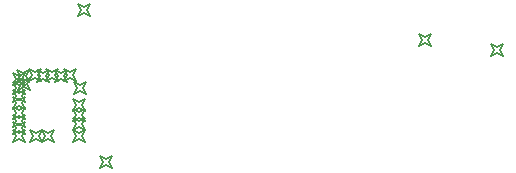
<source format=gbr>
%TF.GenerationSoftware,Altium Limited,Altium Designer,22.6.1 (34)*%
G04 Layer_Color=2752767*
%FSLAX45Y45*%
%MOMM*%
%TF.SameCoordinates,07F994AE-BB1C-4BEA-A643-928B9DFDCC76*%
%TF.FilePolarity,Positive*%
%TF.FileFunction,Drawing*%
%TF.Part,Single*%
G01*
G75*
%TA.AperFunction,NonConductor*%
%ADD191C,0.12700*%
D191*
X1944200Y2484200D02*
X1969600Y2535000D01*
X1944200Y2585800D01*
X1995000Y2560400D01*
X2045800Y2585800D01*
X2020400Y2535000D01*
X2045800Y2484200D01*
X1995000Y2509600D01*
X1944200Y2484200D01*
X4829200Y2229200D02*
X4854600Y2280000D01*
X4829200Y2330800D01*
X4880000Y2305400D01*
X4930800Y2330800D01*
X4905400Y2280000D01*
X4930800Y2229200D01*
X4880000Y2254600D01*
X4829200Y2229200D01*
X1438149Y1856900D02*
X1463549Y1907700D01*
X1438149Y1958500D01*
X1488949Y1933100D01*
X1539749Y1958500D01*
X1514349Y1907700D01*
X1539749Y1856900D01*
X1488949Y1882300D01*
X1438149Y1856900D01*
X1905449Y1824200D02*
X1930849Y1875000D01*
X1905449Y1925800D01*
X1956249Y1900400D01*
X2007049Y1925800D01*
X1981649Y1875000D01*
X2007049Y1824200D01*
X1956249Y1849600D01*
X1905449Y1824200D01*
X1430450Y1930450D02*
X1455850Y1981250D01*
X1430450Y2032050D01*
X1481250Y2006650D01*
X1532050Y2032050D01*
X1506650Y1981250D01*
X1532050Y1930450D01*
X1481250Y1955850D01*
X1430450Y1930450D01*
X1392942Y1899207D02*
X1418342Y1950007D01*
X1392942Y2000807D01*
X1443742Y1975407D01*
X1494542Y2000807D01*
X1469142Y1950007D01*
X1494542Y1899207D01*
X1443742Y1924607D01*
X1392942Y1899207D01*
X1899199Y1424200D02*
X1924599Y1475000D01*
X1899199Y1525800D01*
X1949999Y1500400D01*
X2000799Y1525800D01*
X1975399Y1475000D01*
X2000799Y1424200D01*
X1949999Y1449600D01*
X1899199Y1424200D01*
Y1524200D02*
X1924599Y1575000D01*
X1899199Y1625800D01*
X1949999Y1600400D01*
X2000799Y1625800D01*
X1975399Y1575000D01*
X2000799Y1524200D01*
X1949999Y1549600D01*
X1899199Y1524200D01*
Y1599200D02*
X1924599Y1650000D01*
X1899199Y1700800D01*
X1949999Y1675400D01*
X2000799Y1700800D01*
X1975399Y1650000D01*
X2000799Y1599200D01*
X1949999Y1624600D01*
X1899199Y1599200D01*
Y1686700D02*
X1924599Y1737500D01*
X1899199Y1788300D01*
X1949999Y1762900D01*
X2000799Y1788300D01*
X1975399Y1737500D01*
X2000799Y1686700D01*
X1949999Y1712100D01*
X1899199Y1686700D01*
X1636699Y1417950D02*
X1662099Y1468750D01*
X1636699Y1519550D01*
X1687499Y1494150D01*
X1738299Y1519550D01*
X1712899Y1468750D01*
X1738299Y1417950D01*
X1687499Y1443350D01*
X1636699Y1417950D01*
X1536699D02*
X1562099Y1468750D01*
X1536699Y1519550D01*
X1587499Y1494150D01*
X1638299Y1519550D01*
X1612899Y1468750D01*
X1638299Y1417950D01*
X1587499Y1443350D01*
X1536699Y1417950D01*
X1392949Y1424200D02*
X1418349Y1475000D01*
X1392949Y1525800D01*
X1443749Y1500400D01*
X1494549Y1525800D01*
X1469149Y1475000D01*
X1494549Y1424200D01*
X1443749Y1449600D01*
X1392949Y1424200D01*
Y1486700D02*
X1418349Y1537500D01*
X1392949Y1588300D01*
X1443749Y1562900D01*
X1494549Y1588300D01*
X1469149Y1537500D01*
X1494549Y1486700D01*
X1443749Y1512100D01*
X1392949Y1486700D01*
Y1549200D02*
X1418349Y1600000D01*
X1392949Y1650800D01*
X1443749Y1625400D01*
X1494549Y1650800D01*
X1469149Y1600000D01*
X1494549Y1549200D01*
X1443749Y1574600D01*
X1392949Y1549200D01*
Y1611700D02*
X1418349Y1662500D01*
X1392949Y1713300D01*
X1443749Y1687900D01*
X1494549Y1713300D01*
X1469149Y1662500D01*
X1494549Y1611700D01*
X1443749Y1637100D01*
X1392949Y1611700D01*
Y1699200D02*
X1418349Y1750000D01*
X1392949Y1800800D01*
X1443749Y1775400D01*
X1494549Y1800800D01*
X1469149Y1750000D01*
X1494549Y1699200D01*
X1443749Y1724600D01*
X1392949Y1699200D01*
Y1824200D02*
X1418349Y1875000D01*
X1392949Y1925800D01*
X1443749Y1900400D01*
X1494549Y1925800D01*
X1469149Y1875000D01*
X1494549Y1824200D01*
X1443749Y1849600D01*
X1392949Y1824200D01*
Y1761700D02*
X1418349Y1812500D01*
X1392949Y1863300D01*
X1443749Y1837900D01*
X1494549Y1863300D01*
X1469149Y1812500D01*
X1494549Y1761700D01*
X1443749Y1787100D01*
X1392949Y1761700D01*
X1524199Y1934200D02*
X1549599Y1985000D01*
X1524199Y2035800D01*
X1574999Y2010400D01*
X1625799Y2035800D01*
X1600399Y1985000D01*
X1625799Y1934200D01*
X1574999Y1959600D01*
X1524199Y1934200D01*
X5439200Y2149200D02*
X5464600Y2200000D01*
X5439200Y2250800D01*
X5490000Y2225400D01*
X5540800Y2250800D01*
X5515400Y2200000D01*
X5540800Y2149200D01*
X5490000Y2174600D01*
X5439200Y2149200D01*
X2129200Y1199200D02*
X2154600Y1250000D01*
X2129200Y1300800D01*
X2180000Y1275400D01*
X2230800Y1300800D01*
X2205400Y1250000D01*
X2230800Y1199200D01*
X2180000Y1224600D01*
X2129200Y1199200D01*
X1674200Y1934200D02*
X1699600Y1985000D01*
X1674200Y2035800D01*
X1725000Y2010400D01*
X1775800Y2035800D01*
X1750400Y1985000D01*
X1775800Y1934200D01*
X1725000Y1959600D01*
X1674200Y1934200D01*
X1824200D02*
X1849600Y1985000D01*
X1824200Y2035800D01*
X1875000Y2010400D01*
X1925800Y2035800D01*
X1900400Y1985000D01*
X1925800Y1934200D01*
X1875000Y1959600D01*
X1824200Y1934200D01*
X1749199Y1932431D02*
X1774599Y1983231D01*
X1749199Y2034031D01*
X1799999Y2008631D01*
X1850799Y2034031D01*
X1825399Y1983231D01*
X1850799Y1932431D01*
X1799999Y1957831D01*
X1749199Y1932431D01*
X1599199D02*
X1624599Y1983231D01*
X1599199Y2034031D01*
X1649999Y2008631D01*
X1700799Y2034031D01*
X1675399Y1983231D01*
X1700799Y1932431D01*
X1649999Y1957831D01*
X1599199Y1932431D01*
%TF.MD5,48302b13e74d7eb6bbaf2952b1aa41b9*%
M02*

</source>
